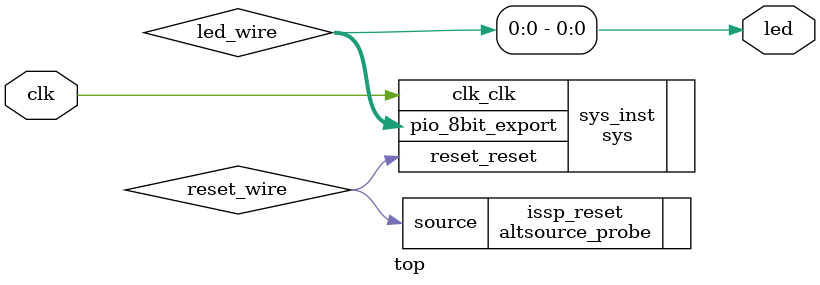
<source format=sv>
module top
  (
   input clk,
   output led
   );
   
   logic reset_wire;
   logic [7:0] led_wire;

   assign led = led_wire[0];

   altsource_probe 
     #(.probe_width(0), 
       .source_width(1)
       ) issp_reset
       (
	.source(reset_wire)
	);

    sys sys_inst
      (
       .clk_clk(clk), 
       .pio_8bit_export(led_wire),
       .reset_reset(reset_wire)
       );

endmodule

</source>
